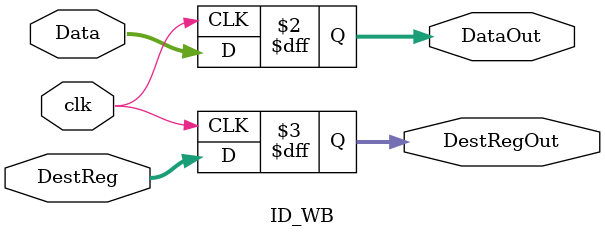
<source format=v>
`timescale 1ns / 1ps

module ID_WB(
	input clk,
	input [7:0] Data,
	input [3:0] DestReg,
	output reg [7:0] DataOut,
	output reg [3:0] DestRegOut
	);
	
always @(posedge clk)
begin

DataOut <= Data;
DestRegOut <= DestReg;

end

endmodule

</source>
